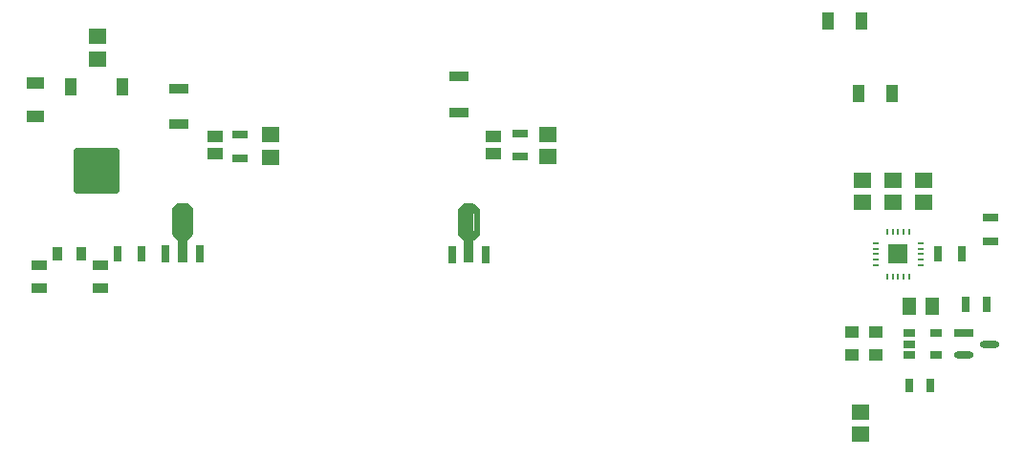
<source format=gtp>
%FSLAX33Y33*%
%MOMM*%
%AMRect-W1050000-H1600000-RO1.500*
21,1,1.05,1.6,0.,0.,90*%
%AMRect-W891421-H1741421-RO0.500*
21,1,0.891421,1.741421,0.,0.,270*%
%AMRect-W800000-H1320710-RO0.500*
21,1,0.8,1.32071,0.,0.,270*%
%AMRect-W711200-H711200-RO0.250*
21,1,0.7112,0.7112,0.,0.,315*%
%AMRect-W900000-H1200000-RO1.000*
21,1,0.9,1.2,0.,0.,180*%
%AMRect-W1300000-H1600000-RO0.500*
21,1,1.3,1.6,0.,0.,270*%
%AMRect-W1300000-H1600000-RO1.500*
21,1,1.3,1.6,0.,0.,90*%
%AMRect-W670710-H1320710-RO1.000*
21,1,0.67071,1.32071,0.,0.,180*%
%AMRect-W950000-H1350000-RO0.500*
21,1,0.95,1.35,0.,0.,270*%
%AMRect-W670710-H1320710-RO0.500*
21,1,0.67071,1.32071,0.,0.,270*%
%AMRect-W1050000-H1600000-RO1.000*
21,1,1.05,1.6,0.,0.,180*%
%AMRR-H240710-W520710-R120355-RO0.000*
21,1,0.28,0.24071,0.,0.,360*
1,1,0.24071,-0.14,0.*
1,1,0.24071,0.14,0.*
1,1,0.24071,0.14,-0.*
1,1,0.24071,-0.14,0.*%
%AMRR-H520710-W240710-R120355-RO0.000*
21,1,0.24071,0.28,0.,0.,360*
1,1,0.24071,0.,0.14*
1,1,0.24071,0.,0.14*
1,1,0.24071,0.,-0.14*
1,1,0.24071,-0.,-0.14*%
%AMRect-W670710-H1320710-RO1.500*
21,1,0.67071,1.32071,0.,0.,90*%
%AMRR-H4064000-W4064000-R254000-RO1.000*
21,1,3.556,4.064,0.,0.,180*
21,1,4.064,3.556,0.,0.,180*
1,1,0.508,1.778,-1.778*
1,1,0.508,-1.778,-1.778*
1,1,0.508,-1.778,1.778*
1,1,0.508,1.778,1.778*%
%AMRect-W1000001-H1599999-RO1.000*
21,1,1.000001,1.599999,0.,0.,180*%
%AMRect-W1000000-H1250000-RO1.500*
21,1,1.,1.25,0.,0.,90*%
%AMRect-W650001-H1100000-RO1.500*
21,1,0.650001,1.1,0.,0.,90*%
%AMRect-W700000-H1300000-RO1.000*
21,1,0.7,1.3,0.,0.,180*%
%AMRR-H637228-W1771339-R318614-RO0.000*
21,1,1.134111,0.637228,0.,0.,360*
1,1,0.637228,-0.5670555,0.*
1,1,0.637228,0.5670555,0.*
1,1,0.637228,0.5670555,-0.*
1,1,0.637228,-0.5670555,0.*%
%ADD10Rect-W1050000-H1600000-RO1.500*%
%ADD11Rect-W891421-H1741421-RO0.500*%
%ADD12Rect-W800000-H1320710-RO0.500*%
%ADD13R,0.508X2.4384*%
%ADD14R,0.914399X5.334*%
%ADD15R,0.7112X1.4986*%
%ADD16Rect-W711200-H711200-RO0.250*%
%ADD17Rect-W900000-H1200000-RO1.000*%
%ADD18Rect-W1300000-H1600000-RO0.500*%
%ADD19Rect-W1300000-H1600000-RO1.500*%
%ADD20Rect-W670710-H1320710-RO1.000*%
%ADD21Rect-W950000-H1350000-RO0.500*%
%ADD22Rect-W670710-H1320710-RO0.500*%
%ADD23Rect-W1050000-H1600000-RO1.000*%
%ADD24R,1.3X1.6*%
%ADD25R,1.767766X1.767766*%
%ADD26R,0.52071X0.24071*%
%ADD27RR-H240710-W520710-R120355-RO0.000*%
%ADD28RR-H520710-W240710-R120355-RO0.000*%
%ADD29R,1.05X1.6*%
%ADD30Rect-W670710-H1320710-RO1.500*%
%ADD31RR-H4064000-W4064000-R254000-RO1.000*%
%ADD32Rect-W1000001-H1599999-RO1.000*%
%ADD33Rect-W1000000-H1250000-RO1.500*%
%ADD34Rect-W650001-H1100000-RO1.500*%
%ADD35R,0.7X1.3*%
%ADD36Rect-W700000-H1300000-RO1.000*%
%ADD37R,1.771339X0.637228*%
%ADD38RR-H637228-W1771339-R318614-RO0.000*%
D10*
%LNtop paste_traces*%
%LNtop paste component c352371e4a78303f*%
G01*
X7150Y36690D03*
X7150Y39640D03*
%LNtop paste component d600ad72b416c561*%
D11*
X19900Y39114D03*
X19900Y35964D03*
%LNtop paste component d3c6387d7cf5135a*%
D12*
X7540Y23450D03*
X7540Y21450D03*
%LNtop paste component e9cbb1ce44a936f0*%
D13*
X20922Y27333D03*
X19500Y27333D03*
D14*
X20211Y26368D03*
D15*
X21710Y24450D03*
X18713Y24450D03*
D16*
X20668Y26114D03*
X19754Y26114D03*
X20668Y28552D03*
X19754Y28552D03*
%LNtop paste component 09ec8a2f37f188ab*%
D13*
X46261Y27283D03*
X44839Y27283D03*
D14*
X45550Y26318D03*
D15*
X47049Y24400D03*
X44051Y24400D03*
D16*
X46007Y26064D03*
X45093Y26064D03*
X46007Y28502D03*
X45093Y28502D03*
%LNtop paste component 4d83de1512c22b92*%
D17*
X11225Y24450D03*
X9125Y24450D03*
%LNtop paste component e594bfb2108b30d0*%
D18*
X28000Y35062D03*
X28000Y33062D03*
%LNtop paste component fdde582b819cd8d9*%
D19*
X83110Y29040D03*
X83110Y31040D03*
%LNtop paste component 01d582d326ec605b*%
D20*
X89175Y24490D03*
X87075Y24490D03*
%LNtop paste component a408342c7ac72b8e*%
D21*
X23050Y34887D03*
X23050Y33387D03*
%LNtop paste component 3dae972a3f1e679e*%
D19*
X12675Y41800D03*
X12675Y43800D03*
%LNtop paste component 8bfdcfdcbd2adafb*%
D22*
X50050Y35185D03*
X50050Y33085D03*
%LNtop paste component 19e1a0fca253e45a*%
D19*
X85810Y29040D03*
X85810Y31040D03*
%LNtop paste component f3573f80bae85b1c*%
D21*
X47725Y34885D03*
X47725Y33385D03*
%LNtop paste component 08561076ccd842c1*%
D12*
X12950Y23450D03*
X12950Y21450D03*
%LNtop paste component 8224104cf6598585*%
D22*
X25275Y35062D03*
X25275Y32962D03*
%LNtop paste component 2f99703f0193b658*%
D23*
X80275Y45125D03*
X77325Y45125D03*
%LNtop paste component 6d85c627eee7c2ea*%
D18*
X80200Y10450D03*
X80200Y8450D03*
%LNtop paste component 76a276a0f06b50dd*%
D24*
X84560Y19825D03*
X86560Y19825D03*
%LNtop paste component fb13be85d48014ff*%
D25*
X83575Y24450D03*
D26*
X81600Y25450D03*
D27*
X81600Y24950D03*
X81600Y24450D03*
X81600Y23950D03*
X81600Y23450D03*
X85550Y23450D03*
X85550Y23950D03*
X85550Y24450D03*
X85550Y24950D03*
X85550Y25450D03*
D28*
X82575Y22475D03*
X83075Y22475D03*
X83575Y22475D03*
X84075Y22475D03*
X84575Y22475D03*
X84575Y26425D03*
X84075Y26425D03*
X83575Y26425D03*
X83075Y26425D03*
X82575Y26425D03*
%LNtop paste component a1e8fb290b8eb6fe*%
D29*
X80100Y38750D03*
X83050Y38750D03*
%LNtop paste component cae1136e676ce164*%
D30*
X91735Y25595D03*
X91735Y27695D03*
%LNtop paste component b021b47e5c9b40d3*%
D11*
X44650Y40194D03*
X44650Y37044D03*
%LNtop paste component 70a3b04ffb43faca*%
D19*
X80400Y29040D03*
X80400Y31040D03*
%LNtop paste component 591a2af3fa307e1a*%
D31*
X12565Y31875D03*
D32*
X10315Y39275D03*
X14885Y39275D03*
%LNtop paste component 19ccbc794673eff7*%
D33*
X79475Y15525D03*
X79475Y17525D03*
%LNtop paste component 999027b6d5737ba9*%
D18*
X52525Y35085D03*
X52525Y33085D03*
%LNtop paste component 03b293a0feb5f9bf*%
D33*
X81625Y15525D03*
X81625Y17525D03*
%LNtop paste component 1fd199a2c64ec8cf*%
D34*
X86925Y17425D03*
X86925Y15525D03*
X84525Y15525D03*
X84525Y16475D03*
X84525Y17425D03*
%LNtop paste component 3c80428743dcbac9*%
D20*
X16578Y24450D03*
X14478Y24450D03*
%LNtop paste component 747a6f21bc2acc76*%
D35*
X84550Y12800D03*
X86450Y12800D03*
%LNtop paste component ef1c58f661e6cfba*%
D36*
X91425Y19975D03*
X89525Y19975D03*
%LNtop paste component 56334b3d3b6f7dd6*%
D37*
X89349Y17425D03*
D38*
X89349Y15525D03*
X91701Y16475D03*
M02*
</source>
